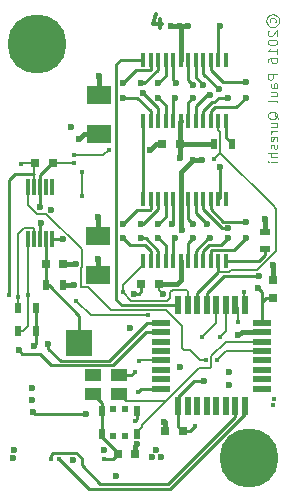
<source format=gbl>
G04 #@! TF.FileFunction,Copper,L4,Bot,Signal*
%FSLAX46Y46*%
G04 Gerber Fmt 4.6, Leading zero omitted, Abs format (unit mm)*
G04 Created by KiCad (PCBNEW 4.0.2-stable) date 12/11/2016 19:10:46*
%MOMM*%
G01*
G04 APERTURE LIST*
%ADD10C,0.100000*%
%ADD11C,0.300000*%
%ADD12R,0.550000X0.850000*%
%ADD13R,0.600000X0.500000*%
%ADD14R,0.400000X1.200000*%
%ADD15R,1.600000X0.550000*%
%ADD16R,0.550000X1.600000*%
%ADD17R,0.300000X1.400000*%
%ADD18R,0.900000X0.500000*%
%ADD19R,0.500000X0.900000*%
%ADD20R,2.235200X2.235200*%
%ADD21R,0.800000X0.750000*%
%ADD22R,2.032000X1.524000*%
%ADD23R,0.750000X0.800000*%
%ADD24C,5.000000*%
%ADD25R,1.400000X1.000000*%
%ADD26C,0.452400*%
%ADD27C,0.600000*%
%ADD28C,0.250000*%
%ADD29C,0.450000*%
%ADD30C,0.152400*%
G04 APERTURE END LIST*
D10*
X166752381Y-20138094D02*
X166714286Y-20061904D01*
X166714286Y-19909523D01*
X166752381Y-19833332D01*
X166828571Y-19757142D01*
X166904762Y-19719047D01*
X167057143Y-19719047D01*
X167133333Y-19757142D01*
X167209524Y-19833332D01*
X167247619Y-19909523D01*
X167247619Y-20061904D01*
X167209524Y-20138094D01*
X166447619Y-19985713D02*
X166485714Y-19795237D01*
X166600000Y-19604761D01*
X166790476Y-19490475D01*
X166980952Y-19452380D01*
X167171429Y-19490475D01*
X167361905Y-19604761D01*
X167476190Y-19795237D01*
X167514286Y-19985713D01*
X167476190Y-20176189D01*
X167361905Y-20366666D01*
X167171429Y-20480951D01*
X166980952Y-20519047D01*
X166790476Y-20480951D01*
X166600000Y-20366666D01*
X166485714Y-20176189D01*
X166447619Y-19985713D01*
X166638095Y-20823809D02*
X166600000Y-20861904D01*
X166561905Y-20938095D01*
X166561905Y-21128571D01*
X166600000Y-21204761D01*
X166638095Y-21242857D01*
X166714286Y-21280952D01*
X166790476Y-21280952D01*
X166904762Y-21242857D01*
X167361905Y-20785714D01*
X167361905Y-21280952D01*
X166561905Y-21776190D02*
X166561905Y-21852381D01*
X166600000Y-21928571D01*
X166638095Y-21966666D01*
X166714286Y-22004762D01*
X166866667Y-22042857D01*
X167057143Y-22042857D01*
X167209524Y-22004762D01*
X167285714Y-21966666D01*
X167323810Y-21928571D01*
X167361905Y-21852381D01*
X167361905Y-21776190D01*
X167323810Y-21700000D01*
X167285714Y-21661904D01*
X167209524Y-21623809D01*
X167057143Y-21585714D01*
X166866667Y-21585714D01*
X166714286Y-21623809D01*
X166638095Y-21661904D01*
X166600000Y-21700000D01*
X166561905Y-21776190D01*
X167361905Y-22804762D02*
X167361905Y-22347619D01*
X167361905Y-22576190D02*
X166561905Y-22576190D01*
X166676190Y-22500000D01*
X166752381Y-22423809D01*
X166790476Y-22347619D01*
X166561905Y-23490476D02*
X166561905Y-23338095D01*
X166600000Y-23261905D01*
X166638095Y-23223810D01*
X166752381Y-23147619D01*
X166904762Y-23109524D01*
X167209524Y-23109524D01*
X167285714Y-23147619D01*
X167323810Y-23185714D01*
X167361905Y-23261905D01*
X167361905Y-23414286D01*
X167323810Y-23490476D01*
X167285714Y-23528572D01*
X167209524Y-23566667D01*
X167019048Y-23566667D01*
X166942857Y-23528572D01*
X166904762Y-23490476D01*
X166866667Y-23414286D01*
X166866667Y-23261905D01*
X166904762Y-23185714D01*
X166942857Y-23147619D01*
X167019048Y-23109524D01*
X167361905Y-24519048D02*
X166561905Y-24519048D01*
X166561905Y-24823810D01*
X166600000Y-24900001D01*
X166638095Y-24938096D01*
X166714286Y-24976191D01*
X166828571Y-24976191D01*
X166904762Y-24938096D01*
X166942857Y-24900001D01*
X166980952Y-24823810D01*
X166980952Y-24519048D01*
X167361905Y-25661905D02*
X166942857Y-25661905D01*
X166866667Y-25623810D01*
X166828571Y-25547620D01*
X166828571Y-25395239D01*
X166866667Y-25319048D01*
X167323810Y-25661905D02*
X167361905Y-25585715D01*
X167361905Y-25395239D01*
X167323810Y-25319048D01*
X167247619Y-25280953D01*
X167171429Y-25280953D01*
X167095238Y-25319048D01*
X167057143Y-25395239D01*
X167057143Y-25585715D01*
X167019048Y-25661905D01*
X166828571Y-26385715D02*
X167361905Y-26385715D01*
X166828571Y-26042858D02*
X167247619Y-26042858D01*
X167323810Y-26080953D01*
X167361905Y-26157144D01*
X167361905Y-26271430D01*
X167323810Y-26347620D01*
X167285714Y-26385715D01*
X167361905Y-26880954D02*
X167323810Y-26804763D01*
X167247619Y-26766668D01*
X166561905Y-26766668D01*
X167438095Y-28328574D02*
X167400000Y-28252383D01*
X167323810Y-28176193D01*
X167209524Y-28061907D01*
X167171429Y-27985716D01*
X167171429Y-27909526D01*
X167361905Y-27947621D02*
X167323810Y-27871431D01*
X167247619Y-27795240D01*
X167095238Y-27757145D01*
X166828571Y-27757145D01*
X166676190Y-27795240D01*
X166600000Y-27871431D01*
X166561905Y-27947621D01*
X166561905Y-28100002D01*
X166600000Y-28176193D01*
X166676190Y-28252383D01*
X166828571Y-28290478D01*
X167095238Y-28290478D01*
X167247619Y-28252383D01*
X167323810Y-28176193D01*
X167361905Y-28100002D01*
X167361905Y-27947621D01*
X166828571Y-28976192D02*
X167361905Y-28976192D01*
X166828571Y-28633335D02*
X167247619Y-28633335D01*
X167323810Y-28671430D01*
X167361905Y-28747621D01*
X167361905Y-28861907D01*
X167323810Y-28938097D01*
X167285714Y-28976192D01*
X167361905Y-29357145D02*
X166828571Y-29357145D01*
X166980952Y-29357145D02*
X166904762Y-29395240D01*
X166866667Y-29433336D01*
X166828571Y-29509526D01*
X166828571Y-29585717D01*
X167323810Y-30157145D02*
X167361905Y-30080955D01*
X167361905Y-29928574D01*
X167323810Y-29852383D01*
X167247619Y-29814288D01*
X166942857Y-29814288D01*
X166866667Y-29852383D01*
X166828571Y-29928574D01*
X166828571Y-30080955D01*
X166866667Y-30157145D01*
X166942857Y-30195240D01*
X167019048Y-30195240D01*
X167095238Y-29814288D01*
X167323810Y-30500002D02*
X167361905Y-30576192D01*
X167361905Y-30728573D01*
X167323810Y-30804764D01*
X167247619Y-30842859D01*
X167209524Y-30842859D01*
X167133333Y-30804764D01*
X167095238Y-30728573D01*
X167095238Y-30614288D01*
X167057143Y-30538097D01*
X166980952Y-30500002D01*
X166942857Y-30500002D01*
X166866667Y-30538097D01*
X166828571Y-30614288D01*
X166828571Y-30728573D01*
X166866667Y-30804764D01*
X167361905Y-31185716D02*
X166561905Y-31185716D01*
X167361905Y-31528573D02*
X166942857Y-31528573D01*
X166866667Y-31490478D01*
X166828571Y-31414288D01*
X166828571Y-31300002D01*
X166866667Y-31223811D01*
X166904762Y-31185716D01*
X167361905Y-31909526D02*
X166828571Y-31909526D01*
X166561905Y-31909526D02*
X166600000Y-31871431D01*
X166638095Y-31909526D01*
X166600000Y-31947621D01*
X166561905Y-31909526D01*
X166638095Y-31909526D01*
D11*
X157428572Y-19842857D02*
X157428572Y-20642857D01*
X157142858Y-19385714D02*
X156857143Y-20242857D01*
X157600001Y-20242857D01*
D12*
X152525000Y-54975000D03*
X155475000Y-54975000D03*
X155475000Y-53025000D03*
X152525000Y-53025000D03*
D13*
X153500000Y-55150000D03*
X154500000Y-55150000D03*
X154500000Y-52850000D03*
X153500000Y-52850000D03*
D14*
X156007500Y-35100000D03*
X156642500Y-35100000D03*
X157277500Y-35100000D03*
X157912500Y-35100000D03*
X158547500Y-35100000D03*
X159182500Y-35100000D03*
X159817500Y-35100000D03*
X160452500Y-35100000D03*
X161087500Y-35100000D03*
X161722500Y-35100000D03*
X162357500Y-35100000D03*
X162992500Y-35100000D03*
X162992500Y-40300000D03*
X162357500Y-40300000D03*
X161722500Y-40300000D03*
X161087500Y-40300000D03*
X160452500Y-40300000D03*
X159817500Y-40300000D03*
X159182500Y-40300000D03*
X158547500Y-40300000D03*
X157912500Y-40300000D03*
X157277500Y-40300000D03*
X156642500Y-40300000D03*
X156007500Y-40300000D03*
X156007500Y-23300000D03*
X156642500Y-23300000D03*
X157277500Y-23300000D03*
X157912500Y-23300000D03*
X158547500Y-23300000D03*
X159182500Y-23300000D03*
X159817500Y-23300000D03*
X160452500Y-23300000D03*
X161087500Y-23300000D03*
X161722500Y-23300000D03*
X162357500Y-23300000D03*
X162992500Y-23300000D03*
X162992500Y-28500000D03*
X162357500Y-28500000D03*
X161722500Y-28500000D03*
X161087500Y-28500000D03*
X160452500Y-28500000D03*
X159817500Y-28500000D03*
X159182500Y-28500000D03*
X158547500Y-28500000D03*
X157912500Y-28500000D03*
X157277500Y-28500000D03*
X156642500Y-28500000D03*
X156007500Y-28500000D03*
D15*
X157550000Y-51150000D03*
X157550000Y-50350000D03*
X157550000Y-49550000D03*
X157550000Y-48750000D03*
X157550000Y-47950000D03*
X157550000Y-47150000D03*
X157550000Y-46350000D03*
X157550000Y-45550000D03*
D16*
X159000000Y-44100000D03*
X159800000Y-44100000D03*
X160600000Y-44100000D03*
X161400000Y-44100000D03*
X162200000Y-44100000D03*
X163000000Y-44100000D03*
X163800000Y-44100000D03*
X164600000Y-44100000D03*
D15*
X166050000Y-45550000D03*
X166050000Y-46350000D03*
X166050000Y-47150000D03*
X166050000Y-47950000D03*
X166050000Y-48750000D03*
X166050000Y-49550000D03*
X166050000Y-50350000D03*
X166050000Y-51150000D03*
D16*
X164600000Y-52600000D03*
X163800000Y-52600000D03*
X163000000Y-52600000D03*
X162200000Y-52600000D03*
X161400000Y-52600000D03*
X160600000Y-52600000D03*
X159800000Y-52600000D03*
X159000000Y-52600000D03*
D17*
X148300000Y-38500000D03*
X147800000Y-38500000D03*
X147300000Y-38500000D03*
X146800000Y-38500000D03*
X146300000Y-38500000D03*
X146300000Y-34100000D03*
X146800000Y-34100000D03*
X147300000Y-34100000D03*
X147800000Y-34100000D03*
X148300000Y-34100000D03*
D18*
X166300000Y-37850000D03*
X166300000Y-39350000D03*
D19*
X162050000Y-30400000D03*
X163550000Y-30400000D03*
X146950000Y-44300000D03*
X145450000Y-44300000D03*
X146950000Y-46300000D03*
X145450000Y-46300000D03*
X147750000Y-42400000D03*
X149250000Y-42400000D03*
D20*
X150622000Y-47244000D03*
D21*
X153850000Y-56700000D03*
X155350000Y-56700000D03*
X157350000Y-42300000D03*
X155850000Y-42300000D03*
X159150000Y-30400000D03*
X157650000Y-30400000D03*
D22*
X152300000Y-29551000D03*
X152300000Y-26249000D03*
X152200000Y-41551000D03*
X152200000Y-38249000D03*
D21*
X159350000Y-54700000D03*
X157850000Y-54700000D03*
D23*
X167000000Y-43450000D03*
X167000000Y-41950000D03*
D21*
X146850000Y-32000000D03*
X148350000Y-32000000D03*
X147750000Y-40600000D03*
X149250000Y-40600000D03*
D24*
X147000000Y-22000000D03*
X165000000Y-57000000D03*
D25*
X151808000Y-50000000D03*
X154008000Y-50000000D03*
X154008000Y-51600000D03*
X151808000Y-51600000D03*
D26*
X155296390Y-53848000D03*
D27*
X164084000Y-46621390D03*
X157800000Y-53952412D03*
D26*
X167000000Y-52500000D03*
D27*
X155489216Y-55852402D03*
X159100000Y-49327410D03*
X163300000Y-50800000D03*
X148214948Y-35985052D03*
X155200000Y-43100000D03*
D26*
X155300000Y-49700000D03*
D27*
X159300000Y-37700000D03*
X161000000Y-31800000D03*
X160200000Y-31800000D03*
X159800000Y-20400000D03*
X158400000Y-20400000D03*
X159100000Y-20400000D03*
X156600000Y-30922590D03*
D26*
X167100000Y-52000000D03*
D27*
X152200000Y-36600000D03*
X152300000Y-24700000D03*
D26*
X150200000Y-32000000D03*
D27*
X153700000Y-58500000D03*
D26*
X155597449Y-51402551D03*
D27*
X146600000Y-51100000D03*
X146600000Y-52100000D03*
X150100000Y-57197598D03*
X152700000Y-56300000D03*
X145000000Y-57000000D03*
X145100000Y-56300000D03*
X147300000Y-35802402D03*
X149200000Y-38500000D03*
X147352402Y-37100000D03*
X150200000Y-42400000D03*
X150300000Y-40600000D03*
X167000000Y-40700000D03*
X154940000Y-45974000D03*
X157100000Y-56300000D03*
X156800000Y-56900000D03*
X157500000Y-56900000D03*
X149900000Y-29000000D03*
X166300000Y-36800000D03*
X159100000Y-31600000D03*
X157700000Y-43100000D03*
X152200000Y-40200000D03*
X150600000Y-30000000D03*
X146812000Y-47498000D03*
D26*
X144700000Y-43200000D03*
X145700000Y-32100000D03*
D27*
X165700000Y-42600000D03*
X163300000Y-49700000D03*
X161200000Y-50500000D03*
D26*
X160400000Y-54300000D03*
X152700000Y-57100000D03*
D27*
X162500000Y-20400000D03*
X162500000Y-32400000D03*
X165800000Y-41600000D03*
D26*
X145450000Y-43400000D03*
X150368000Y-43688000D03*
X156464000Y-44908420D03*
X164033398Y-45466000D03*
X150800000Y-34800000D03*
X150800000Y-32800000D03*
X154300000Y-43000000D03*
X155702000Y-48768000D03*
D27*
X154300000Y-25300000D03*
X155800000Y-25300000D03*
X157300000Y-25300000D03*
X158800000Y-25300000D03*
X160200000Y-25400000D03*
X161100000Y-25400000D03*
X162400000Y-25800000D03*
X164700000Y-25200000D03*
X154300000Y-26500000D03*
X156000000Y-26100000D03*
X157300000Y-26500000D03*
X158700000Y-26500000D03*
X160200000Y-26500000D03*
X161700000Y-26300000D03*
X163200000Y-26500000D03*
X164700000Y-26500000D03*
X154300000Y-37200000D03*
X155800000Y-37200000D03*
X157300000Y-37200000D03*
X158500000Y-37200000D03*
X160200000Y-37200000D03*
X161400000Y-37200000D03*
X163200000Y-37577410D03*
X164700000Y-37000000D03*
X154300000Y-38400000D03*
X155800000Y-38400000D03*
X157300000Y-38400000D03*
X158700000Y-38400000D03*
X160200000Y-38400000D03*
X161700000Y-38400000D03*
X163200000Y-38400000D03*
X164700000Y-38400000D03*
X146700000Y-53100000D03*
X151200000Y-53300000D03*
X145500000Y-47900000D03*
X148000000Y-47322590D03*
D26*
X161345190Y-48700000D03*
X162300000Y-48700000D03*
X148900000Y-57100000D03*
X148200000Y-57100000D03*
X146300000Y-43180000D03*
X164592000Y-42926000D03*
X161033398Y-46736000D03*
X162533398Y-46736000D03*
X150200009Y-31395199D03*
X153100000Y-30900000D03*
X162000000Y-31700000D03*
D28*
X154008000Y-50000000D02*
X155000000Y-50000000D01*
X155000000Y-50000000D02*
X155300000Y-49700000D01*
X155475000Y-53025000D02*
X155475000Y-53669390D01*
X155475000Y-53669390D02*
X155296390Y-53848000D01*
D29*
X164429190Y-46350000D02*
X164355390Y-46350000D01*
X164355390Y-46350000D02*
X164084000Y-46621390D01*
X166050000Y-46350000D02*
X164429190Y-46350000D01*
X157850000Y-54700000D02*
X157850000Y-54002412D01*
X157850000Y-54002412D02*
X157800000Y-53952412D01*
D28*
X155200000Y-43100000D02*
X155624264Y-43100000D01*
X155624264Y-43100000D02*
X155850000Y-42874264D01*
X155850000Y-42874264D02*
X155850000Y-42850000D01*
X155850000Y-42300000D02*
X155850000Y-42850000D01*
D29*
X155350000Y-56700000D02*
X155350000Y-55991618D01*
X155350000Y-55991618D02*
X155489216Y-55852402D01*
X159800000Y-20400000D02*
X159100000Y-20400000D01*
X159100000Y-20400000D02*
X158400000Y-20400000D01*
D28*
X147300000Y-34100000D02*
X147300000Y-33025000D01*
X147300000Y-33025000D02*
X148325000Y-32000000D01*
X148325000Y-32000000D02*
X148350000Y-32000000D01*
D29*
X155850000Y-42300000D02*
X155850000Y-42450000D01*
X159182500Y-35100000D02*
X159182500Y-37582500D01*
X159182500Y-37582500D02*
X159300000Y-37700000D01*
X160200000Y-31800000D02*
X161000000Y-31800000D01*
X159182500Y-35100000D02*
X159182500Y-32817500D01*
X159182500Y-32817500D02*
X160200000Y-31800000D01*
X159182500Y-23300000D02*
X159182500Y-20482500D01*
X159182500Y-20482500D02*
X159100000Y-20400000D01*
X157650000Y-30400000D02*
X157122590Y-30400000D01*
X157122590Y-30400000D02*
X156600000Y-30922590D01*
X152200000Y-38249000D02*
X152200000Y-36600000D01*
X152300000Y-26249000D02*
X152300000Y-24700000D01*
D30*
X148350000Y-32000000D02*
X150200000Y-32000000D01*
D28*
X157550000Y-51150000D02*
X155850000Y-51150000D01*
X155850000Y-51150000D02*
X155597449Y-51402551D01*
X147300000Y-34100000D02*
X147300000Y-35802402D01*
X148300000Y-38500000D02*
X149200000Y-38500000D01*
X147300000Y-38500000D02*
X147300000Y-37152402D01*
X147300000Y-37152402D02*
X147352402Y-37100000D01*
D29*
X149250000Y-42400000D02*
X150200000Y-42400000D01*
X149250000Y-40600000D02*
X150300000Y-40600000D01*
X167000000Y-41950000D02*
X167000000Y-40700000D01*
D30*
X157350000Y-42300000D02*
X157350000Y-42750000D01*
X157350000Y-42750000D02*
X157700000Y-43100000D01*
D29*
X166300000Y-37850000D02*
X166300000Y-36800000D01*
X159182500Y-41982500D02*
X158865000Y-42300000D01*
X158865000Y-42300000D02*
X157350000Y-42300000D01*
X159182500Y-40300000D02*
X159182500Y-41982500D01*
X159150000Y-30400000D02*
X159150000Y-31550000D01*
X159150000Y-31550000D02*
X159100000Y-31600000D01*
X162050000Y-30400000D02*
X159150000Y-30400000D01*
X159150000Y-30400000D02*
X159150000Y-28532500D01*
X159150000Y-28532500D02*
X159182500Y-28500000D01*
X152200000Y-41551000D02*
X152200000Y-40200000D01*
X152300000Y-29551000D02*
X151049000Y-29551000D01*
X151049000Y-29551000D02*
X150600000Y-30000000D01*
D28*
X150622000Y-47244000D02*
X150622000Y-44958000D01*
X150622000Y-44958000D02*
X148064000Y-42400000D01*
X148064000Y-42400000D02*
X147750000Y-42400000D01*
X147750000Y-42400000D02*
X147750000Y-42404670D01*
X147800000Y-38500000D02*
X147800000Y-40550000D01*
X147800000Y-40550000D02*
X147750000Y-40600000D01*
X147750000Y-42400000D02*
X147750000Y-40600000D01*
X152525000Y-53025000D02*
X152525000Y-52317000D01*
X152525000Y-52317000D02*
X151808000Y-51600000D01*
X146950000Y-44300000D02*
X146950000Y-46300000D01*
X146950000Y-46300000D02*
X146950000Y-47360000D01*
X146950000Y-47360000D02*
X146812000Y-47498000D01*
X144700000Y-33500000D02*
X144700000Y-43200000D01*
X145200000Y-33000000D02*
X144700000Y-33500000D01*
D30*
X146800000Y-33000000D02*
X146800000Y-32050000D01*
X146800000Y-34100000D02*
X146800000Y-33000000D01*
D28*
X146800000Y-33000000D02*
X145200000Y-33000000D01*
X159000000Y-52600000D02*
X159000000Y-51825678D01*
X159000000Y-51825678D02*
X160325678Y-50500000D01*
X160325678Y-50500000D02*
X160775736Y-50500000D01*
X160775736Y-50500000D02*
X161200000Y-50500000D01*
D30*
X146850000Y-32000000D02*
X145800000Y-32000000D01*
X145800000Y-32000000D02*
X145700000Y-32100000D01*
X146800000Y-32050000D02*
X146850000Y-32000000D01*
D28*
X166050000Y-45550000D02*
X166050000Y-42950000D01*
X166050000Y-42950000D02*
X165700000Y-42600000D01*
X166050000Y-45550000D02*
X166050000Y-43775000D01*
X166050000Y-43775000D02*
X166375000Y-43450000D01*
X166375000Y-43450000D02*
X167000000Y-43450000D01*
X159350000Y-54700000D02*
X160000000Y-54700000D01*
X160000000Y-54700000D02*
X160400000Y-54300000D01*
X159000000Y-52600000D02*
X159000000Y-54350000D01*
X159000000Y-54350000D02*
X159350000Y-54700000D01*
X152525000Y-53025000D02*
X152525000Y-54975000D01*
X153850000Y-56700000D02*
X153450000Y-57100000D01*
X153450000Y-57100000D02*
X152700000Y-57100000D01*
X152525000Y-54975000D02*
X152525000Y-55224322D01*
X152525000Y-55224322D02*
X153850000Y-56549322D01*
X153850000Y-56549322D02*
X153850000Y-56700000D01*
X162357500Y-23300000D02*
X162357500Y-20542500D01*
X162357500Y-20542500D02*
X162500000Y-20400000D01*
X162500000Y-32400000D02*
X162500000Y-34957500D01*
X162500000Y-34957500D02*
X162357500Y-35100000D01*
X165800000Y-41600000D02*
X162850000Y-41600000D01*
X162850000Y-41600000D02*
X161400000Y-43050000D01*
X161400000Y-43050000D02*
X161400000Y-44100000D01*
D30*
X156464000Y-44908420D02*
X151588420Y-44908420D01*
X151588420Y-44908420D02*
X150368000Y-43688000D01*
X164033398Y-45466000D02*
X164033398Y-44333398D01*
X164033398Y-44333398D02*
X163800000Y-44100000D01*
X145450000Y-43400000D02*
X145450000Y-43697600D01*
X145450000Y-38088518D02*
X145450000Y-43400000D01*
X146800000Y-38500000D02*
X146800000Y-37647600D01*
X146800000Y-37647600D02*
X146723799Y-37571399D01*
X146723799Y-37571399D02*
X145967119Y-37571399D01*
X145967119Y-37571399D02*
X145450000Y-38088518D01*
X145450000Y-43697600D02*
X145450000Y-44300000D01*
X154300000Y-43000000D02*
X155028601Y-43728601D01*
X155028601Y-43728601D02*
X158071399Y-43728601D01*
X158071399Y-43728601D02*
X158300000Y-43500000D01*
X158300000Y-43500000D02*
X158300000Y-43000000D01*
X158300000Y-43000000D02*
X158546390Y-42753610D01*
X158546390Y-42753610D02*
X159653610Y-42753610D01*
X159653610Y-42753610D02*
X159800000Y-42900000D01*
X159800000Y-42900000D02*
X159800000Y-44100000D01*
X150800000Y-32800000D02*
X150800000Y-34800000D01*
X156007500Y-40300000D02*
X156007500Y-40700000D01*
X156007500Y-40700000D02*
X154300000Y-42407500D01*
X154300000Y-42407500D02*
X154300000Y-43000000D01*
X157550000Y-48750000D02*
X155720000Y-48750000D01*
X155720000Y-48750000D02*
X155702000Y-48768000D01*
D28*
X156642500Y-23300000D02*
X156642500Y-24150000D01*
X156642500Y-24150000D02*
X156615099Y-24177401D01*
X156615099Y-24177401D02*
X155422599Y-24177401D01*
X155422599Y-24177401D02*
X154300000Y-25300000D01*
X157277500Y-23300000D02*
X157277500Y-24150000D01*
X157277500Y-24150000D02*
X156127500Y-25300000D01*
X156127500Y-25300000D02*
X155800000Y-25300000D01*
X157912500Y-23300000D02*
X157912500Y-24687500D01*
X157912500Y-24687500D02*
X157300000Y-25300000D01*
X158800000Y-25300000D02*
X158547500Y-25047500D01*
X158547500Y-25047500D02*
X158547500Y-23300000D01*
X159817500Y-23300000D02*
X159817500Y-25017500D01*
X159817500Y-25017500D02*
X160200000Y-25400000D01*
X160452500Y-23300000D02*
X160452500Y-24752500D01*
X160452500Y-24752500D02*
X161100000Y-25400000D01*
X161087500Y-23300000D02*
X161087500Y-24487500D01*
X161087500Y-24487500D02*
X162400000Y-25800000D01*
X161722500Y-23300000D02*
X161722500Y-24150000D01*
X161722500Y-24150000D02*
X162772500Y-25200000D01*
X162772500Y-25200000D02*
X164700000Y-25200000D01*
X156642500Y-28500000D02*
X156642500Y-27650000D01*
X156642500Y-27650000D02*
X155492500Y-26500000D01*
X155492500Y-26500000D02*
X154300000Y-26500000D01*
X157277500Y-28500000D02*
X157277500Y-27377500D01*
X157277500Y-27377500D02*
X156000000Y-26100000D01*
X157912500Y-28500000D02*
X157912500Y-27112500D01*
X157912500Y-27112500D02*
X157300000Y-26500000D01*
X158547500Y-28500000D02*
X158547500Y-26652500D01*
X158547500Y-26652500D02*
X158700000Y-26500000D01*
X159817500Y-28500000D02*
X159817500Y-26882500D01*
X159817500Y-26882500D02*
X160200000Y-26500000D01*
X160452500Y-28500000D02*
X160452500Y-27247500D01*
X160452500Y-27247500D02*
X161400000Y-26300000D01*
X161400000Y-26300000D02*
X161700000Y-26300000D01*
X162002408Y-26897592D02*
X162400000Y-26500000D01*
X162400000Y-26500000D02*
X163200000Y-26500000D01*
X161087500Y-27650000D02*
X161839908Y-26897592D01*
X161839908Y-26897592D02*
X162002408Y-26897592D01*
X161087500Y-28500000D02*
X161087500Y-27650000D01*
X161087500Y-27650000D02*
X161114901Y-27622599D01*
X162072500Y-27300000D02*
X163900000Y-27300000D01*
X163900000Y-27300000D02*
X164700000Y-26500000D01*
X161722500Y-28500000D02*
X161722500Y-27650000D01*
X161722500Y-27650000D02*
X162072500Y-27300000D01*
X156642500Y-35100000D02*
X156642500Y-35950000D01*
X156642500Y-35950000D02*
X156615099Y-35977401D01*
X156615099Y-35977401D02*
X155522599Y-35977401D01*
X155522599Y-35977401D02*
X154300000Y-37200000D01*
X157277500Y-35100000D02*
X157277500Y-35950000D01*
X157277500Y-35950000D02*
X156027500Y-37200000D01*
X156027500Y-37200000D02*
X155800000Y-37200000D01*
X157912500Y-35100000D02*
X157912500Y-36587500D01*
X157912500Y-36587500D02*
X157300000Y-37200000D01*
X158547500Y-37047500D02*
X158547500Y-37152500D01*
X158547500Y-37152500D02*
X158500000Y-37200000D01*
X158547500Y-35100000D02*
X158547500Y-37047500D01*
X159817500Y-35100000D02*
X159817500Y-36817500D01*
X159817500Y-36817500D02*
X160200000Y-37200000D01*
X160452500Y-35100000D02*
X160452500Y-36252500D01*
X160452500Y-36252500D02*
X161400000Y-37200000D01*
X161087500Y-35100000D02*
X161087500Y-35950000D01*
X161087500Y-35950000D02*
X162714910Y-37577410D01*
X162714910Y-37577410D02*
X163200000Y-37577410D01*
X161722500Y-35100000D02*
X161722500Y-35950000D01*
X161722500Y-35950000D02*
X162772500Y-37000000D01*
X162772500Y-37000000D02*
X164700000Y-37000000D01*
X156642500Y-40300000D02*
X156642500Y-39450000D01*
X156642500Y-39450000D02*
X156169901Y-38977401D01*
X156169901Y-38977401D02*
X154877401Y-38977401D01*
X154877401Y-38977401D02*
X154300000Y-38400000D01*
X157277500Y-40300000D02*
X157277500Y-39450000D01*
X157277500Y-39450000D02*
X156227500Y-38400000D01*
X156227500Y-38400000D02*
X155800000Y-38400000D01*
X157912500Y-40300000D02*
X157912500Y-39012500D01*
X157912500Y-39012500D02*
X157300000Y-38400000D01*
X158547500Y-40300000D02*
X158547500Y-38552500D01*
X158547500Y-38552500D02*
X158700000Y-38400000D01*
X159817500Y-40300000D02*
X159817500Y-38782500D01*
X159817500Y-38782500D02*
X160200000Y-38400000D01*
X160452500Y-40300000D02*
X160452500Y-39450000D01*
X160452500Y-39450000D02*
X161502500Y-38400000D01*
X161502500Y-38400000D02*
X161700000Y-38400000D01*
X161087500Y-40300000D02*
X161087500Y-39450000D01*
X161087500Y-39450000D02*
X161560099Y-38977401D01*
X161560099Y-38977401D02*
X162622599Y-38977401D01*
X162622599Y-38977401D02*
X163200000Y-38400000D01*
X161722500Y-40300000D02*
X161722500Y-39450000D01*
X161722500Y-39450000D02*
X161749901Y-39422599D01*
X161749901Y-39422599D02*
X163677401Y-39422599D01*
X163677401Y-39422599D02*
X164700000Y-38400000D01*
X151200000Y-53300000D02*
X146900000Y-53300000D01*
X146900000Y-53300000D02*
X146700000Y-53100000D01*
X162992500Y-28500000D02*
X162992500Y-29842500D01*
X162992500Y-29842500D02*
X163550000Y-30400000D01*
X162992500Y-40300000D02*
X165850000Y-40300000D01*
X165850000Y-40300000D02*
X166300000Y-39850000D01*
X166300000Y-39850000D02*
X166300000Y-39350000D01*
X153722599Y-23677401D02*
X154100000Y-23300000D01*
X154100000Y-23300000D02*
X156007500Y-23300000D01*
X154200000Y-44100000D02*
X153722599Y-43622599D01*
X153722599Y-43622599D02*
X153722599Y-23677401D01*
X159000000Y-44100000D02*
X154200000Y-44100000D01*
D30*
X157988000Y-52162000D02*
X155902400Y-54247600D01*
X160750000Y-49400000D02*
X157988000Y-52162000D01*
X157988000Y-52162000D02*
X154570000Y-52162000D01*
X154570000Y-52162000D02*
X154028601Y-51620601D01*
X154028601Y-51620601D02*
X154028601Y-51600000D01*
X166050000Y-47150000D02*
X163000000Y-47150000D01*
X163000000Y-47150000D02*
X161800000Y-48350000D01*
X161800000Y-48350000D02*
X161800000Y-49300000D01*
X161800000Y-49300000D02*
X161700000Y-49400000D01*
X161700000Y-49400000D02*
X160750000Y-49400000D01*
X155902400Y-54247600D02*
X155902400Y-54397600D01*
X155902400Y-54397600D02*
X155475000Y-54825000D01*
X155475000Y-54825000D02*
X155475000Y-54975000D01*
D28*
X156007500Y-28500000D02*
X156007500Y-35100000D01*
X145500000Y-47900000D02*
X145799999Y-48199999D01*
X147259999Y-48199999D02*
X148230410Y-49170410D01*
X145799999Y-48199999D02*
X147259999Y-48199999D01*
X153429590Y-49170410D02*
X156250000Y-46350000D01*
X148230410Y-49170410D02*
X153429590Y-49170410D01*
X156250000Y-46350000D02*
X157550000Y-46350000D01*
X148000000Y-47322590D02*
X148000000Y-47746854D01*
X148000000Y-47746854D02*
X149021146Y-48768000D01*
X149021146Y-48768000D02*
X153129590Y-48768000D01*
X153129590Y-48768000D02*
X156347590Y-45550000D01*
X156347590Y-45550000D02*
X157550000Y-45550000D01*
X148077410Y-47400000D02*
X148000000Y-47322590D01*
D30*
X160000000Y-47900000D02*
X159500000Y-47900000D01*
X151388283Y-42541601D02*
X150741601Y-42541601D01*
X161345190Y-48700000D02*
X160800000Y-48700000D01*
X160800000Y-48700000D02*
X160000000Y-47900000D01*
X146300000Y-35584732D02*
X146300000Y-34100000D01*
X159500000Y-47900000D02*
X159300000Y-47700000D01*
X159300000Y-47700000D02*
X159300000Y-45800000D01*
X150728601Y-40953729D02*
X150828601Y-40853729D01*
X159300000Y-45800000D02*
X158628601Y-45128601D01*
X150828601Y-39346271D02*
X147813333Y-36331003D01*
X158628601Y-45128601D02*
X158615083Y-45128601D01*
X147813333Y-36331003D02*
X147046271Y-36331003D01*
X157940092Y-44453610D02*
X153300292Y-44453610D01*
X158615083Y-45128601D02*
X157940092Y-44453610D01*
X150728601Y-42528601D02*
X150728601Y-40953729D01*
X153300292Y-44453610D02*
X151388283Y-42541601D01*
X150741601Y-42541601D02*
X150728601Y-42528601D01*
X150828601Y-40853729D02*
X150828601Y-39346271D01*
X147046271Y-36331003D02*
X146300000Y-35584732D01*
X166050000Y-47950000D02*
X163050000Y-47950000D01*
X163050000Y-47950000D02*
X162300000Y-48700000D01*
D28*
X164600000Y-52600000D02*
X164600000Y-53289446D01*
X158300000Y-59600000D02*
X151400000Y-59600000D01*
X164600000Y-53289446D02*
X158712045Y-59177401D01*
X158712045Y-59177401D02*
X158712045Y-59187955D01*
X158712045Y-59187955D02*
X158300000Y-59600000D01*
X151400000Y-59600000D02*
X149126199Y-57326199D01*
X149126199Y-57326199D02*
X148900000Y-57100000D01*
X163800000Y-52600000D02*
X163800000Y-53520354D01*
X163800000Y-53520354D02*
X158309637Y-59010717D01*
X158309637Y-59021271D02*
X158133318Y-59197590D01*
X148200000Y-56780105D02*
X148200000Y-57100000D01*
X158309637Y-59010717D02*
X158309637Y-59021271D01*
X158133318Y-59197590D02*
X152397590Y-59197590D01*
X152397590Y-59197590D02*
X150800000Y-57600000D01*
X150800000Y-57600000D02*
X150800000Y-57043044D01*
X150800000Y-57043044D02*
X150353355Y-56596399D01*
X150353355Y-56596399D02*
X148383706Y-56596399D01*
X148383706Y-56596399D02*
X148200000Y-56780105D01*
D30*
X146300000Y-38500000D02*
X146300000Y-43180000D01*
X146300000Y-43180000D02*
X146300000Y-45852400D01*
X164592000Y-42926000D02*
X164592000Y-44092000D01*
X164592000Y-44092000D02*
X164600000Y-44100000D01*
X146300000Y-45852400D02*
X145852400Y-46300000D01*
X145852400Y-46300000D02*
X145450000Y-46300000D01*
X162200000Y-44100000D02*
X162200000Y-45569398D01*
X162200000Y-45569398D02*
X161033398Y-46736000D01*
X163000000Y-44100000D02*
X163000000Y-46269398D01*
X163000000Y-46269398D02*
X162533398Y-46736000D01*
X162357500Y-40300000D02*
X162357500Y-41052400D01*
X162357500Y-41052400D02*
X162551490Y-41246390D01*
X163432583Y-41071399D02*
X165690083Y-41071399D01*
X165690083Y-41071399D02*
X167300000Y-39461482D01*
X162551490Y-41246390D02*
X163257592Y-41246390D01*
X163257592Y-41246390D02*
X163432583Y-41071399D01*
X167300000Y-39461482D02*
X167300000Y-35942798D01*
X167300000Y-35942798D02*
X166978601Y-35621399D01*
X166978601Y-35621399D02*
X162528601Y-31171399D01*
X153100000Y-30900000D02*
X152604801Y-31395199D01*
X152604801Y-31395199D02*
X150200009Y-31395199D01*
X162357500Y-28500000D02*
X162357500Y-29252400D01*
X162357500Y-29252400D02*
X162528601Y-29423501D01*
X162528601Y-29423501D02*
X162528601Y-31171399D01*
X162528601Y-31171399D02*
X162000000Y-31700000D01*
D28*
X160600000Y-44100000D02*
X160600000Y-43050000D01*
X160600000Y-43050000D02*
X162357500Y-41292500D01*
X162357500Y-41292500D02*
X162357500Y-41150000D01*
X162357500Y-41150000D02*
X162357500Y-40300000D01*
M02*

</source>
